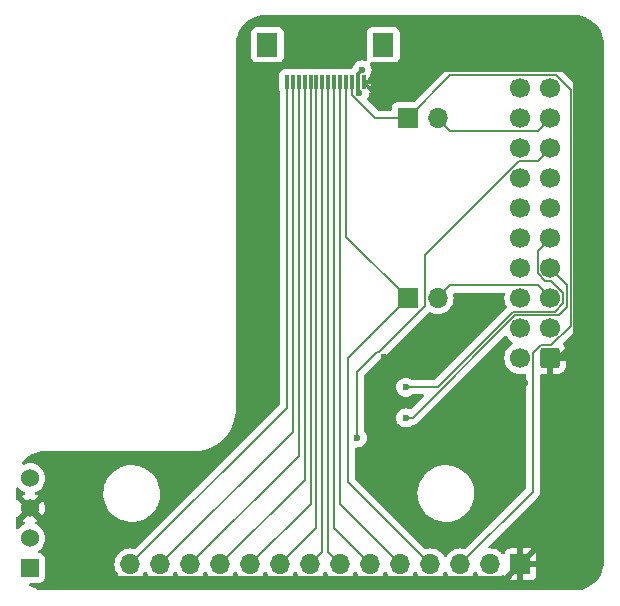
<source format=gbr>
%TF.GenerationSoftware,KiCad,Pcbnew,7.0.9*%
%TF.CreationDate,2023-12-08T14:14:16+01:00*%
%TF.ProjectId,E-paper adapter board,452d7061-7065-4722-9061-646170746572,rev?*%
%TF.SameCoordinates,Original*%
%TF.FileFunction,Copper,L1,Top*%
%TF.FilePolarity,Positive*%
%FSLAX46Y46*%
G04 Gerber Fmt 4.6, Leading zero omitted, Abs format (unit mm)*
G04 Created by KiCad (PCBNEW 7.0.9) date 2023-12-08 14:14:16*
%MOMM*%
%LPD*%
G01*
G04 APERTURE LIST*
G04 Aperture macros list*
%AMRoundRect*
0 Rectangle with rounded corners*
0 $1 Rounding radius*
0 $2 $3 $4 $5 $6 $7 $8 $9 X,Y pos of 4 corners*
0 Add a 4 corners polygon primitive as box body*
4,1,4,$2,$3,$4,$5,$6,$7,$8,$9,$2,$3,0*
0 Add four circle primitives for the rounded corners*
1,1,$1+$1,$2,$3*
1,1,$1+$1,$4,$5*
1,1,$1+$1,$6,$7*
1,1,$1+$1,$8,$9*
0 Add four rect primitives between the rounded corners*
20,1,$1+$1,$2,$3,$4,$5,0*
20,1,$1+$1,$4,$5,$6,$7,0*
20,1,$1+$1,$6,$7,$8,$9,0*
20,1,$1+$1,$8,$9,$2,$3,0*%
G04 Aperture macros list end*
%TA.AperFunction,ComponentPad*%
%ADD10RoundRect,0.250000X0.600000X0.600000X-0.600000X0.600000X-0.600000X-0.600000X0.600000X-0.600000X0*%
%TD*%
%TA.AperFunction,ComponentPad*%
%ADD11C,1.700000*%
%TD*%
%TA.AperFunction,ComponentPad*%
%ADD12R,1.700000X1.700000*%
%TD*%
%TA.AperFunction,ComponentPad*%
%ADD13O,1.700000X1.700000*%
%TD*%
%TA.AperFunction,ComponentPad*%
%ADD14R,1.524000X1.524000*%
%TD*%
%TA.AperFunction,ComponentPad*%
%ADD15C,1.524000*%
%TD*%
%TA.AperFunction,SMDPad,CuDef*%
%ADD16R,1.800000X2.000000*%
%TD*%
%TA.AperFunction,SMDPad,CuDef*%
%ADD17R,0.300000X1.200000*%
%TD*%
%TA.AperFunction,ViaPad*%
%ADD18C,0.600000*%
%TD*%
%TA.AperFunction,Conductor*%
%ADD19C,0.300000*%
%TD*%
%TA.AperFunction,Conductor*%
%ADD20C,0.500000*%
%TD*%
%TA.AperFunction,Conductor*%
%ADD21C,0.200000*%
%TD*%
G04 APERTURE END LIST*
D10*
%TO.P,J3,1,Pin_1*%
%TO.N,+3V0*%
X158540000Y-129540000D03*
D11*
%TO.P,J3,2,Pin_2*%
%TO.N,unconnected-(J3-Pin_2-Pad2)*%
X156000000Y-129540000D03*
%TO.P,J3,3,Pin_3*%
%TO.N,unconnected-(J3-Pin_3-Pad3)*%
X158540000Y-127000000D03*
%TO.P,J3,4,Pin_4*%
%TO.N,GND*%
X156000000Y-127000000D03*
%TO.P,J3,5,Pin_5*%
%TO.N,/PG_UART_RXD*%
X158540000Y-124460000D03*
%TO.P,J3,6,Pin_6*%
%TO.N,GND*%
X156000000Y-124460000D03*
%TO.P,J3,7,Pin_7*%
%TO.N,/SWDIO*%
X158540000Y-121920000D03*
%TO.P,J3,8,Pin_8*%
%TO.N,GND*%
X156000000Y-121920000D03*
%TO.P,J3,9,Pin_9*%
%TO.N,/SWDCLK*%
X158540000Y-119380000D03*
%TO.P,J3,10,Pin_10*%
%TO.N,GND*%
X156000000Y-119380000D03*
%TO.P,J3,11,Pin_11*%
%TO.N,unconnected-(J3-Pin_11-Pad11)*%
X158540000Y-116840000D03*
%TO.P,J3,12,Pin_12*%
%TO.N,GND*%
X156000000Y-116840000D03*
%TO.P,J3,13,Pin_13*%
%TO.N,unconnected-(J3-Pin_13-Pad13)*%
X158540000Y-114300000D03*
%TO.P,J3,14,Pin_14*%
%TO.N,unconnected-(J3-Pin_14-Pad14)*%
X156000000Y-114300000D03*
%TO.P,J3,15,Pin_15*%
%TO.N,/NRST*%
X158540000Y-111760000D03*
%TO.P,J3,16,Pin_16*%
%TO.N,unconnected-(J3-Pin_16-Pad16)*%
X156000000Y-111760000D03*
%TO.P,J3,17,Pin_17*%
%TO.N,/PG_UART_TXD*%
X158540000Y-109220000D03*
%TO.P,J3,18,Pin_18*%
%TO.N,unconnected-(J3-Pin_18-Pad18)*%
X156000000Y-109220000D03*
%TO.P,J3,19,Pin_19*%
%TO.N,unconnected-(J3-Pin_19-Pad19)*%
X158540000Y-106680000D03*
%TO.P,J3,20,Pin_20*%
%TO.N,unconnected-(J3-Pin_20-Pad20)*%
X156000000Y-106680000D03*
%TD*%
D12*
%TO.P,JP1,1,A*%
%TO.N,/SERIAL_RX*%
X146460000Y-109220000D03*
D13*
%TO.P,JP1,2,B*%
%TO.N,/PG_UART_TXD*%
X149000000Y-109220000D03*
%TD*%
D14*
%TO.P,J4,1,GND*%
%TO.N,GND*%
X114500000Y-147320000D03*
D15*
%TO.P,J4,2,VIN*%
%TO.N,unconnected-(J4-VIN-Pad2)*%
X114500000Y-144780000D03*
%TO.P,J4,3,VOUT*%
%TO.N,+3V0*%
X114500000Y-142240000D03*
%TO.P,J4,4,GND*%
%TO.N,GND*%
X114500000Y-139700000D03*
%TD*%
D16*
%TO.P,J1,*%
%TO.N,*%
X144390000Y-103000000D03*
X134590000Y-103000000D03*
D17*
%TO.P,J1,1,Pin_1*%
%TO.N,+3V0*%
X142740000Y-106150000D03*
%TO.P,J1,2,Pin_2*%
%TO.N,GND*%
X142240000Y-106150000D03*
%TO.P,J1,3,Pin_3*%
%TO.N,/SERIAL_RX*%
X141740000Y-106150000D03*
%TO.P,J1,4,Pin_4*%
%TO.N,/SERIAL_TX*%
X141240000Y-106150000D03*
%TO.P,J1,5,Pin_5*%
%TO.N,/PB5*%
X140740000Y-106150000D03*
%TO.P,J1,6,Pin_6*%
%TO.N,/PB6*%
X140240000Y-106150000D03*
%TO.P,J1,7,Pin_7*%
%TO.N,/PB7*%
X139740000Y-106150000D03*
%TO.P,J1,8,Pin_8*%
%TO.N,/PB8*%
X139240000Y-106150000D03*
%TO.P,J1,9,Pin_9*%
%TO.N,/~{CS}*%
X138740000Y-106150000D03*
%TO.P,J1,10,Pin_10*%
%TO.N,/MOSI*%
X138240000Y-106150000D03*
%TO.P,J1,11,Pin_11*%
%TO.N,/SCLK*%
X137740000Y-106150000D03*
%TO.P,J1,12,Pin_12*%
%TO.N,/BUSY*%
X137240000Y-106150000D03*
%TO.P,J1,13,Pin_13*%
%TO.N,/D{slash}~{C}*%
X136740000Y-106150000D03*
%TO.P,J1,14,Pin_14*%
%TO.N,/~{RES}*%
X136240000Y-106150000D03*
%TD*%
D12*
%TO.P,J5,1,Pin_1*%
%TO.N,+3V0*%
X156010000Y-147000000D03*
D13*
%TO.P,J5,2,Pin_2*%
%TO.N,GND*%
X153470000Y-147000000D03*
%TO.P,J5,3,Pin_3*%
%TO.N,/SERIAL_RX*%
X150930000Y-147000000D03*
%TO.P,J5,4,Pin_4*%
%TO.N,/SERIAL_TX*%
X148390000Y-147000000D03*
%TO.P,J5,5,Pin_5*%
%TO.N,/PB5*%
X145850000Y-147000000D03*
%TO.P,J5,6,Pin_6*%
%TO.N,/PB6*%
X143310000Y-147000000D03*
%TO.P,J5,7,Pin_7*%
%TO.N,/PB7*%
X140770000Y-147000000D03*
%TO.P,J5,8,Pin_8*%
%TO.N,/PB8*%
X138230000Y-147000000D03*
%TO.P,J5,9,Pin_9*%
%TO.N,/~{CS}*%
X135690000Y-147000000D03*
%TO.P,J5,10,Pin_10*%
%TO.N,/MOSI*%
X133150000Y-147000000D03*
%TO.P,J5,11,Pin_11*%
%TO.N,/SCLK*%
X130610000Y-147000000D03*
%TO.P,J5,12,Pin_12*%
%TO.N,/BUSY*%
X128070000Y-147000000D03*
%TO.P,J5,13,Pin_13*%
%TO.N,/D{slash}~{C}*%
X125530000Y-147000000D03*
%TO.P,J5,14,Pin_14*%
%TO.N,/~{RES}*%
X122990000Y-147000000D03*
%TD*%
D12*
%TO.P,JP2,1,A*%
%TO.N,/SERIAL_TX*%
X146460000Y-124460000D03*
D13*
%TO.P,JP2,2,B*%
%TO.N,/PG_UART_RXD*%
X149000000Y-124460000D03*
%TD*%
D18*
%TO.N,+3V0*%
X156400000Y-131600000D03*
X144500000Y-129400000D03*
%TO.N,GND*%
X142386520Y-107124832D03*
X142600000Y-105123498D03*
%TO.N,/SWDCLK*%
X146300000Y-132000000D03*
%TO.N,/SWDIO*%
X146300000Y-134600000D03*
%TO.N,/NRST*%
X142200000Y-136300000D03*
%TD*%
D19*
%TO.N,+3V0*%
X142740000Y-106150000D02*
X143250000Y-106150000D01*
D20*
X120287000Y-148227000D02*
X154783000Y-148227000D01*
X120287000Y-148027000D02*
X114500000Y-142240000D01*
X146400000Y-136400000D02*
X144500000Y-134500000D01*
X160748000Y-105973420D02*
X160748000Y-128182000D01*
X144377000Y-105023000D02*
X159797580Y-105023000D01*
X158540000Y-144470000D02*
X156010000Y-147000000D01*
D19*
X143250000Y-106150000D02*
X143300000Y-106100000D01*
D20*
X160748000Y-128182000D02*
X159390000Y-129540000D01*
X159390000Y-129540000D02*
X158540000Y-129540000D01*
X156400000Y-131600000D02*
X151600000Y-136400000D01*
X159797580Y-105023000D02*
X160748000Y-105973420D01*
X143300000Y-106100000D02*
X144377000Y-105023000D01*
X158540000Y-129540000D02*
X158540000Y-144470000D01*
X120287000Y-148227000D02*
X120287000Y-148027000D01*
X144500000Y-134500000D02*
X144500000Y-129400000D01*
X151600000Y-136400000D02*
X146400000Y-136400000D01*
X154783000Y-148227000D02*
X156010000Y-147000000D01*
D19*
%TO.N,GND*%
X142240000Y-105483498D02*
X142600000Y-105123498D01*
X142240000Y-106150000D02*
X142240000Y-105483498D01*
X142240000Y-106978312D02*
X142386520Y-107124832D01*
X142240000Y-106150000D02*
X142240000Y-106978312D01*
D21*
%TO.N,/SERIAL_RX*%
X157077000Y-140853000D02*
X150930000Y-147000000D01*
X146460000Y-109220000D02*
X150077000Y-105603000D01*
X159003000Y-105603000D02*
X160271000Y-106871000D01*
X150077000Y-105603000D02*
X159003000Y-105603000D01*
X158600109Y-128463000D02*
X157735494Y-128463000D01*
X157077000Y-129121494D02*
X157077000Y-140853000D01*
X143736397Y-109220000D02*
X146460000Y-109220000D01*
X141740000Y-107223603D02*
X143736397Y-109220000D01*
X160271000Y-106871000D02*
X160271000Y-126792109D01*
X160271000Y-126792109D02*
X158600109Y-128463000D01*
X157735494Y-128463000D02*
X157077000Y-129121494D01*
X141740000Y-106150000D02*
X141740000Y-107223603D01*
%TO.N,/SERIAL_TX*%
X146460000Y-124460000D02*
X141400000Y-129520000D01*
X141240000Y-106150000D02*
X141240000Y-119240000D01*
X141400000Y-129520000D02*
X141400000Y-140010000D01*
X141400000Y-140010000D02*
X148390000Y-147000000D01*
X141240000Y-119240000D02*
X146460000Y-124460000D01*
%TO.N,/PB5*%
X140740000Y-106150000D02*
X140740000Y-141890000D01*
X140740000Y-141890000D02*
X145850000Y-147000000D01*
%TO.N,/PB6*%
X140240000Y-106150000D02*
X140240000Y-143930000D01*
X140240000Y-143930000D02*
X143310000Y-147000000D01*
%TO.N,/PB7*%
X139740000Y-106150000D02*
X139740000Y-145970000D01*
X139740000Y-145970000D02*
X140770000Y-147000000D01*
%TO.N,/PB8*%
X139240000Y-145990000D02*
X138230000Y-147000000D01*
X139240000Y-106150000D02*
X139240000Y-145990000D01*
%TO.N,/~{CS}*%
X138740000Y-106150000D02*
X138740000Y-143950000D01*
X138740000Y-143950000D02*
X135690000Y-147000000D01*
%TO.N,/MOSI*%
X138240000Y-106150000D02*
X138240000Y-141910000D01*
X138240000Y-141910000D02*
X133150000Y-147000000D01*
%TO.N,/SCLK*%
X137740000Y-139870000D02*
X130610000Y-147000000D01*
X137740000Y-106150000D02*
X137740000Y-139870000D01*
%TO.N,/BUSY*%
X137240000Y-137830000D02*
X128070000Y-147000000D01*
X137240000Y-106150000D02*
X137240000Y-137830000D01*
%TO.N,/D{slash}~{C}*%
X136740000Y-106150000D02*
X136740000Y-135790000D01*
X136740000Y-135790000D02*
X125530000Y-147000000D01*
%TO.N,/~{RES}*%
X136240000Y-106150000D02*
X136240000Y-133750000D01*
X136240000Y-133750000D02*
X122990000Y-147000000D01*
%TO.N,/SWDCLK*%
X159617000Y-124014000D02*
X158600000Y-122997000D01*
X159617000Y-124906109D02*
X159617000Y-124014000D01*
X157463000Y-122366109D02*
X157463000Y-120457000D01*
X157463000Y-120457000D02*
X158540000Y-119380000D01*
X146300000Y-132000000D02*
X149000000Y-132000000D01*
X158927109Y-125596000D02*
X159617000Y-124906109D01*
X149000000Y-132000000D02*
X155404000Y-125596000D01*
X155404000Y-125596000D02*
X158927109Y-125596000D01*
X158600000Y-122997000D02*
X158093891Y-122997000D01*
X158093891Y-122997000D02*
X157463000Y-122366109D01*
%TO.N,/SWDIO*%
X159927000Y-125058557D02*
X159944000Y-125041557D01*
X146876891Y-134600000D02*
X155553891Y-125923000D01*
X159239448Y-125923000D02*
X159927000Y-125235448D01*
X155553891Y-125923000D02*
X159239448Y-125923000D01*
X146300000Y-134600000D02*
X146876891Y-134600000D01*
X159944000Y-123324000D02*
X158540000Y-121920000D01*
X159944000Y-125041557D02*
X159944000Y-123324000D01*
X159927000Y-125235448D02*
X159927000Y-125058557D01*
%TO.N,/NRST*%
X147923000Y-120777000D02*
X155863000Y-112837000D01*
X143830761Y-129050000D02*
X144024000Y-129050000D01*
X147923000Y-125151000D02*
X147923000Y-120777000D01*
X144024000Y-129050000D02*
X147923000Y-125151000D01*
X142200000Y-136300000D02*
X142200000Y-130680761D01*
X142200000Y-130680761D02*
X143830761Y-129050000D01*
X155863000Y-112837000D02*
X157463000Y-112837000D01*
X157463000Y-112837000D02*
X158540000Y-111760000D01*
%TO.N,/PG_UART_RXD*%
X150077000Y-123383000D02*
X157463000Y-123383000D01*
X157463000Y-123383000D02*
X158540000Y-124460000D01*
X149000000Y-124460000D02*
X150077000Y-123383000D01*
%TO.N,/PG_UART_TXD*%
X149000000Y-109220000D02*
X150077000Y-110297000D01*
X157463000Y-110297000D02*
X158540000Y-109220000D01*
X150077000Y-110297000D02*
X157463000Y-110297000D01*
%TD*%
%TA.AperFunction,Conductor*%
%TO.N,+3V0*%
G36*
X154634976Y-124003185D02*
G01*
X154680731Y-124055989D01*
X154690675Y-124125147D01*
X154687712Y-124139593D01*
X154664938Y-124224586D01*
X154664936Y-124224596D01*
X154644341Y-124459999D01*
X154644341Y-124460000D01*
X154664936Y-124695403D01*
X154664938Y-124695413D01*
X154726094Y-124923655D01*
X154726096Y-124923659D01*
X154726097Y-124923663D01*
X154730000Y-124932032D01*
X154825964Y-125137829D01*
X154825966Y-125137833D01*
X154843285Y-125162566D01*
X154865613Y-125228772D01*
X154848603Y-125296539D01*
X154829392Y-125321371D01*
X148787584Y-131363181D01*
X148726261Y-131396666D01*
X148699903Y-131399500D01*
X146882412Y-131399500D01*
X146815373Y-131379815D01*
X146805097Y-131372445D01*
X146802263Y-131370185D01*
X146802262Y-131370184D01*
X146745496Y-131334515D01*
X146649523Y-131274211D01*
X146479254Y-131214631D01*
X146479249Y-131214630D01*
X146300004Y-131194435D01*
X146299996Y-131194435D01*
X146120750Y-131214630D01*
X146120745Y-131214631D01*
X145950476Y-131274211D01*
X145797737Y-131370184D01*
X145670184Y-131497737D01*
X145574211Y-131650476D01*
X145514631Y-131820745D01*
X145514630Y-131820750D01*
X145494435Y-131999996D01*
X145494435Y-132000003D01*
X145514630Y-132179249D01*
X145514631Y-132179254D01*
X145574211Y-132349523D01*
X145670184Y-132502262D01*
X145797738Y-132629816D01*
X145950478Y-132725789D01*
X146120745Y-132785368D01*
X146120750Y-132785369D01*
X146299996Y-132805565D01*
X146300000Y-132805565D01*
X146300004Y-132805565D01*
X146479249Y-132785369D01*
X146479252Y-132785368D01*
X146479255Y-132785368D01*
X146649522Y-132725789D01*
X146802262Y-132629816D01*
X146802267Y-132629810D01*
X146805097Y-132627555D01*
X146807275Y-132626665D01*
X146808158Y-132626111D01*
X146808255Y-132626265D01*
X146869783Y-132601145D01*
X146882412Y-132600500D01*
X147727794Y-132600500D01*
X147794833Y-132620185D01*
X147840588Y-132672989D01*
X147850532Y-132742147D01*
X147821507Y-132805703D01*
X147815475Y-132812181D01*
X146781600Y-133846054D01*
X146720277Y-133879539D01*
X146652965Y-133875415D01*
X146479257Y-133814632D01*
X146479249Y-133814630D01*
X146300004Y-133794435D01*
X146299996Y-133794435D01*
X146120750Y-133814630D01*
X146120745Y-133814631D01*
X145950476Y-133874211D01*
X145797737Y-133970184D01*
X145670184Y-134097737D01*
X145574211Y-134250476D01*
X145514631Y-134420745D01*
X145514630Y-134420750D01*
X145494435Y-134599996D01*
X145494435Y-134600003D01*
X145514630Y-134779249D01*
X145514631Y-134779254D01*
X145574211Y-134949523D01*
X145599802Y-134990250D01*
X145670184Y-135102262D01*
X145797738Y-135229816D01*
X145888080Y-135286582D01*
X145941070Y-135319878D01*
X145950478Y-135325789D01*
X146120745Y-135385368D01*
X146120750Y-135385369D01*
X146299996Y-135405565D01*
X146300000Y-135405565D01*
X146300004Y-135405565D01*
X146479249Y-135385369D01*
X146479252Y-135385368D01*
X146479255Y-135385368D01*
X146649522Y-135325789D01*
X146802262Y-135229816D01*
X146802262Y-135229815D01*
X146808158Y-135226111D01*
X146809520Y-135228279D01*
X146863275Y-135206328D01*
X146875914Y-135205682D01*
X146876892Y-135205682D01*
X146929145Y-135198802D01*
X147033653Y-135185044D01*
X147179732Y-135124536D01*
X147208760Y-135102262D01*
X147305173Y-135028282D01*
X147326874Y-134999999D01*
X147332202Y-134993922D01*
X154648301Y-127677823D01*
X154709622Y-127644340D01*
X154779314Y-127649324D01*
X154835247Y-127691196D01*
X154837550Y-127694375D01*
X154961505Y-127871401D01*
X154961506Y-127871402D01*
X155128597Y-128038493D01*
X155128603Y-128038498D01*
X155314158Y-128168425D01*
X155357783Y-128223002D01*
X155364977Y-128292500D01*
X155333454Y-128354855D01*
X155314158Y-128371575D01*
X155128597Y-128501505D01*
X154961505Y-128668597D01*
X154825965Y-128862169D01*
X154825964Y-128862171D01*
X154726098Y-129076335D01*
X154726094Y-129076344D01*
X154664938Y-129304586D01*
X154664936Y-129304596D01*
X154644341Y-129539999D01*
X154644341Y-129540000D01*
X154664936Y-129775403D01*
X154664938Y-129775413D01*
X154726094Y-130003655D01*
X154726096Y-130003659D01*
X154726097Y-130003663D01*
X154812975Y-130189973D01*
X154825965Y-130217830D01*
X154825967Y-130217834D01*
X154878387Y-130292697D01*
X154961505Y-130411401D01*
X155128599Y-130578495D01*
X155225384Y-130646265D01*
X155322165Y-130714032D01*
X155322167Y-130714033D01*
X155322170Y-130714035D01*
X155536337Y-130813903D01*
X155536343Y-130813904D01*
X155536344Y-130813905D01*
X155575356Y-130824358D01*
X155764592Y-130875063D01*
X155952918Y-130891539D01*
X155999999Y-130895659D01*
X156000000Y-130895659D01*
X156000001Y-130895659D01*
X156039234Y-130892226D01*
X156235408Y-130875063D01*
X156320409Y-130852287D01*
X156390256Y-130853950D01*
X156448118Y-130893112D01*
X156475623Y-130957340D01*
X156476500Y-130972062D01*
X156476500Y-140552902D01*
X156456815Y-140619941D01*
X156440181Y-140640583D01*
X151413530Y-145667233D01*
X151352207Y-145700718D01*
X151293756Y-145699327D01*
X151165413Y-145664938D01*
X151165403Y-145664936D01*
X150930001Y-145644341D01*
X150929999Y-145644341D01*
X150694596Y-145664936D01*
X150694586Y-145664938D01*
X150466344Y-145726094D01*
X150466335Y-145726098D01*
X150252171Y-145825964D01*
X150252169Y-145825965D01*
X150058597Y-145961505D01*
X149891505Y-146128597D01*
X149761575Y-146314158D01*
X149706998Y-146357783D01*
X149637500Y-146364977D01*
X149575145Y-146333454D01*
X149558425Y-146314158D01*
X149428494Y-146128597D01*
X149261402Y-145961506D01*
X149261395Y-145961501D01*
X149067834Y-145825967D01*
X149067830Y-145825965D01*
X148996727Y-145792809D01*
X148853663Y-145726097D01*
X148853659Y-145726096D01*
X148853655Y-145726094D01*
X148625413Y-145664938D01*
X148625403Y-145664936D01*
X148390001Y-145644341D01*
X148389999Y-145644341D01*
X148154596Y-145664936D01*
X148154583Y-145664939D01*
X148026241Y-145699327D01*
X147956392Y-145697664D01*
X147906468Y-145667233D01*
X143162138Y-140922903D01*
X147295793Y-140922903D01*
X147305672Y-141230970D01*
X147305672Y-141230975D01*
X147305673Y-141230978D01*
X147354867Y-141535261D01*
X147399137Y-141684419D01*
X147442571Y-141830763D01*
X147567333Y-142112601D01*
X147567337Y-142112609D01*
X147727123Y-142376193D01*
X147727127Y-142376198D01*
X147727133Y-142376207D01*
X147919297Y-142617174D01*
X147919299Y-142617176D01*
X147919303Y-142617180D01*
X147919304Y-142617181D01*
X148140724Y-142831614D01*
X148282004Y-142937054D01*
X148387741Y-143015968D01*
X148387743Y-143015969D01*
X148387747Y-143015972D01*
X148656318Y-143167228D01*
X148797057Y-143224207D01*
X148942018Y-143282897D01*
X148942023Y-143282898D01*
X148942025Y-143282899D01*
X149240179Y-143361084D01*
X149545883Y-143400500D01*
X149545890Y-143400500D01*
X149776980Y-143400500D01*
X149875814Y-143394154D01*
X150007601Y-143385693D01*
X150310151Y-143326772D01*
X150602683Y-143229644D01*
X150602689Y-143229640D01*
X150602693Y-143229640D01*
X150793571Y-143137717D01*
X150880393Y-143095907D01*
X151138720Y-142927754D01*
X151373424Y-142727948D01*
X151580650Y-142499769D01*
X151715636Y-142306255D01*
X151756994Y-142246966D01*
X151756996Y-142246963D01*
X151899567Y-141973683D01*
X152006020Y-141684415D01*
X152074609Y-141383908D01*
X152104206Y-141077098D01*
X152101294Y-140986303D01*
X152094327Y-140769029D01*
X152094327Y-140769022D01*
X152045133Y-140464739D01*
X151957431Y-140169244D01*
X151957429Y-140169239D01*
X151957428Y-140169236D01*
X151832666Y-139887398D01*
X151832663Y-139887391D01*
X151672877Y-139623807D01*
X151672870Y-139623799D01*
X151672866Y-139623792D01*
X151480702Y-139382825D01*
X151480700Y-139382823D01*
X151360638Y-139266550D01*
X151259276Y-139168386D01*
X151098535Y-139048422D01*
X151012258Y-138984031D01*
X151012253Y-138984028D01*
X150743682Y-138832772D01*
X150706383Y-138817671D01*
X150457981Y-138717102D01*
X150290660Y-138673226D01*
X150159821Y-138638916D01*
X149854117Y-138599500D01*
X149623026Y-138599500D01*
X149623020Y-138599500D01*
X149392406Y-138614306D01*
X149392389Y-138614308D01*
X149089854Y-138673226D01*
X149089849Y-138673228D01*
X148797310Y-138770358D01*
X148797306Y-138770359D01*
X148519613Y-138904089D01*
X148519605Y-138904094D01*
X148261286Y-139072241D01*
X148261276Y-139072248D01*
X148026581Y-139272046D01*
X148026571Y-139272056D01*
X147819354Y-139500225D01*
X147819350Y-139500229D01*
X147643005Y-139753033D01*
X147643003Y-139753037D01*
X147500432Y-140026319D01*
X147500429Y-140026326D01*
X147393981Y-140315580D01*
X147393979Y-140315590D01*
X147325391Y-140616089D01*
X147295794Y-140922902D01*
X147295793Y-140922903D01*
X143162138Y-140922903D01*
X142036819Y-139797584D01*
X142003334Y-139736261D01*
X142000500Y-139709903D01*
X142000500Y-137221842D01*
X142020185Y-137154803D01*
X142072989Y-137109048D01*
X142138382Y-137098622D01*
X142191675Y-137104627D01*
X142199999Y-137105565D01*
X142200000Y-137105565D01*
X142200004Y-137105565D01*
X142379249Y-137085369D01*
X142379252Y-137085368D01*
X142379255Y-137085368D01*
X142549522Y-137025789D01*
X142702262Y-136929816D01*
X142829816Y-136802262D01*
X142925789Y-136649522D01*
X142985368Y-136479255D01*
X142994354Y-136399500D01*
X143005565Y-136300003D01*
X143005565Y-136299996D01*
X142985369Y-136120750D01*
X142985368Y-136120745D01*
X142938836Y-135987765D01*
X142925789Y-135950478D01*
X142829816Y-135797738D01*
X142829814Y-135797736D01*
X142829813Y-135797734D01*
X142827550Y-135794896D01*
X142826659Y-135792715D01*
X142826111Y-135791842D01*
X142826264Y-135791745D01*
X142801144Y-135730209D01*
X142800500Y-135717587D01*
X142800500Y-130980857D01*
X142820185Y-130913818D01*
X142836814Y-130893181D01*
X144052179Y-129677815D01*
X144113500Y-129644332D01*
X144123652Y-129642562D01*
X144180762Y-129635044D01*
X144326841Y-129574536D01*
X144371849Y-129540000D01*
X144452282Y-129478282D01*
X144473983Y-129449999D01*
X144479311Y-129443922D01*
X148238291Y-125684942D01*
X148299612Y-125651459D01*
X148369304Y-125656443D01*
X148378356Y-125660235D01*
X148536337Y-125733903D01*
X148764592Y-125795063D01*
X148952918Y-125811539D01*
X148999999Y-125815659D01*
X149000000Y-125815659D01*
X149000001Y-125815659D01*
X149039234Y-125812226D01*
X149235408Y-125795063D01*
X149463663Y-125733903D01*
X149677830Y-125634035D01*
X149871401Y-125498495D01*
X150038495Y-125331401D01*
X150174035Y-125137830D01*
X150273903Y-124923663D01*
X150335063Y-124695408D01*
X150355659Y-124460000D01*
X150335063Y-124224592D01*
X150312288Y-124139593D01*
X150313951Y-124069743D01*
X150353114Y-124011881D01*
X150417342Y-123984377D01*
X150432063Y-123983500D01*
X154567937Y-123983500D01*
X154634976Y-124003185D01*
G37*
%TD.AperFunction*%
%TA.AperFunction,Conductor*%
G36*
X160601866Y-100500613D02*
G01*
X160681342Y-100505420D01*
X160897539Y-100518497D01*
X160904973Y-100519401D01*
X161194483Y-100572456D01*
X161201753Y-100574247D01*
X161482764Y-100661814D01*
X161489751Y-100664465D01*
X161643864Y-100733825D01*
X161758158Y-100785265D01*
X161764788Y-100788745D01*
X162016665Y-100941010D01*
X162022821Y-100945257D01*
X162254523Y-101126784D01*
X162260123Y-101131745D01*
X162468253Y-101339875D01*
X162473214Y-101345475D01*
X162654739Y-101577175D01*
X162658989Y-101583334D01*
X162811254Y-101835211D01*
X162814737Y-101841846D01*
X162935534Y-102110248D01*
X162938188Y-102117244D01*
X162947904Y-102148422D01*
X163025750Y-102398240D01*
X163027543Y-102405516D01*
X163080598Y-102695026D01*
X163081502Y-102702465D01*
X163099387Y-102998132D01*
X163099500Y-103001877D01*
X163099500Y-146698122D01*
X163099387Y-146701867D01*
X163081502Y-146997534D01*
X163080598Y-147004973D01*
X163027543Y-147294483D01*
X163025750Y-147301759D01*
X162938192Y-147582745D01*
X162935534Y-147589751D01*
X162814737Y-147858153D01*
X162811254Y-147864788D01*
X162658989Y-148116665D01*
X162654733Y-148122832D01*
X162649217Y-148129873D01*
X162473215Y-148354523D01*
X162468246Y-148360132D01*
X162260132Y-148568246D01*
X162254523Y-148573215D01*
X162022833Y-148754733D01*
X162016665Y-148758989D01*
X161764788Y-148911254D01*
X161758153Y-148914737D01*
X161489751Y-149035534D01*
X161482749Y-149038190D01*
X161389363Y-149067290D01*
X161201759Y-149125750D01*
X161194483Y-149127543D01*
X160904973Y-149180598D01*
X160897534Y-149181502D01*
X160601867Y-149199387D01*
X160598122Y-149199500D01*
X115801878Y-149199500D01*
X115798133Y-149199387D01*
X115502465Y-149181502D01*
X115495026Y-149180598D01*
X115205516Y-149127543D01*
X115198240Y-149125750D01*
X115104858Y-149096651D01*
X114917244Y-149038188D01*
X114910248Y-149035534D01*
X114641846Y-148914737D01*
X114635211Y-148911254D01*
X114472043Y-148812616D01*
X114424856Y-148761088D01*
X114413017Y-148692229D01*
X114440286Y-148627900D01*
X114498005Y-148588526D01*
X114536193Y-148582499D01*
X115309871Y-148582499D01*
X115309872Y-148582499D01*
X115369483Y-148576091D01*
X115504331Y-148525796D01*
X115619546Y-148439546D01*
X115705796Y-148324331D01*
X115756091Y-148189483D01*
X115762500Y-148129873D01*
X115762499Y-147000000D01*
X121634341Y-147000000D01*
X121654936Y-147235403D01*
X121654938Y-147235413D01*
X121716094Y-147463655D01*
X121716096Y-147463659D01*
X121716097Y-147463663D01*
X121757093Y-147551578D01*
X121815965Y-147677830D01*
X121815967Y-147677834D01*
X121924281Y-147832521D01*
X121951505Y-147871401D01*
X122118599Y-148038495D01*
X122195135Y-148092086D01*
X122312165Y-148174032D01*
X122312167Y-148174033D01*
X122312170Y-148174035D01*
X122526337Y-148273903D01*
X122754592Y-148335063D01*
X122925319Y-148350000D01*
X122989999Y-148355659D01*
X122990000Y-148355659D01*
X122990001Y-148355659D01*
X123054681Y-148350000D01*
X123225408Y-148335063D01*
X123453663Y-148273903D01*
X123667830Y-148174035D01*
X123861401Y-148038495D01*
X124028495Y-147871401D01*
X124158425Y-147685842D01*
X124213002Y-147642217D01*
X124282500Y-147635023D01*
X124344855Y-147666546D01*
X124361575Y-147685842D01*
X124491500Y-147871395D01*
X124491505Y-147871401D01*
X124658599Y-148038495D01*
X124735135Y-148092086D01*
X124852165Y-148174032D01*
X124852167Y-148174033D01*
X124852170Y-148174035D01*
X125066337Y-148273903D01*
X125294592Y-148335063D01*
X125465319Y-148350000D01*
X125529999Y-148355659D01*
X125530000Y-148355659D01*
X125530001Y-148355659D01*
X125594681Y-148350000D01*
X125765408Y-148335063D01*
X125993663Y-148273903D01*
X126207830Y-148174035D01*
X126401401Y-148038495D01*
X126568495Y-147871401D01*
X126698425Y-147685842D01*
X126753002Y-147642217D01*
X126822500Y-147635023D01*
X126884855Y-147666546D01*
X126901575Y-147685842D01*
X127031500Y-147871395D01*
X127031505Y-147871401D01*
X127198599Y-148038495D01*
X127275135Y-148092086D01*
X127392165Y-148174032D01*
X127392167Y-148174033D01*
X127392170Y-148174035D01*
X127606337Y-148273903D01*
X127834592Y-148335063D01*
X128005319Y-148350000D01*
X128069999Y-148355659D01*
X128070000Y-148355659D01*
X128070001Y-148355659D01*
X128134681Y-148350000D01*
X128305408Y-148335063D01*
X128533663Y-148273903D01*
X128747830Y-148174035D01*
X128941401Y-148038495D01*
X129108495Y-147871401D01*
X129238425Y-147685842D01*
X129293002Y-147642217D01*
X129362500Y-147635023D01*
X129424855Y-147666546D01*
X129441575Y-147685842D01*
X129571500Y-147871395D01*
X129571505Y-147871401D01*
X129738599Y-148038495D01*
X129815135Y-148092086D01*
X129932165Y-148174032D01*
X129932167Y-148174033D01*
X129932170Y-148174035D01*
X130146337Y-148273903D01*
X130374592Y-148335063D01*
X130545319Y-148350000D01*
X130609999Y-148355659D01*
X130610000Y-148355659D01*
X130610001Y-148355659D01*
X130674681Y-148350000D01*
X130845408Y-148335063D01*
X131073663Y-148273903D01*
X131287830Y-148174035D01*
X131481401Y-148038495D01*
X131648495Y-147871401D01*
X131778425Y-147685842D01*
X131833002Y-147642217D01*
X131902500Y-147635023D01*
X131964855Y-147666546D01*
X131981575Y-147685842D01*
X132111500Y-147871395D01*
X132111505Y-147871401D01*
X132278599Y-148038495D01*
X132355135Y-148092086D01*
X132472165Y-148174032D01*
X132472167Y-148174033D01*
X132472170Y-148174035D01*
X132686337Y-148273903D01*
X132914592Y-148335063D01*
X133085319Y-148350000D01*
X133149999Y-148355659D01*
X133150000Y-148355659D01*
X133150001Y-148355659D01*
X133214681Y-148350000D01*
X133385408Y-148335063D01*
X133613663Y-148273903D01*
X133827830Y-148174035D01*
X134021401Y-148038495D01*
X134188495Y-147871401D01*
X134318425Y-147685842D01*
X134373002Y-147642217D01*
X134442500Y-147635023D01*
X134504855Y-147666546D01*
X134521575Y-147685842D01*
X134651500Y-147871395D01*
X134651505Y-147871401D01*
X134818599Y-148038495D01*
X134895135Y-148092086D01*
X135012165Y-148174032D01*
X135012167Y-148174033D01*
X135012170Y-148174035D01*
X135226337Y-148273903D01*
X135454592Y-148335063D01*
X135625319Y-148350000D01*
X135689999Y-148355659D01*
X135690000Y-148355659D01*
X135690001Y-148355659D01*
X135754681Y-148350000D01*
X135925408Y-148335063D01*
X136153663Y-148273903D01*
X136367830Y-148174035D01*
X136561401Y-148038495D01*
X136728495Y-147871401D01*
X136858425Y-147685842D01*
X136913002Y-147642217D01*
X136982500Y-147635023D01*
X137044855Y-147666546D01*
X137061575Y-147685842D01*
X137191500Y-147871395D01*
X137191505Y-147871401D01*
X137358599Y-148038495D01*
X137435135Y-148092086D01*
X137552165Y-148174032D01*
X137552167Y-148174033D01*
X137552170Y-148174035D01*
X137766337Y-148273903D01*
X137994592Y-148335063D01*
X138165319Y-148350000D01*
X138229999Y-148355659D01*
X138230000Y-148355659D01*
X138230001Y-148355659D01*
X138294681Y-148350000D01*
X138465408Y-148335063D01*
X138693663Y-148273903D01*
X138907830Y-148174035D01*
X139101401Y-148038495D01*
X139268495Y-147871401D01*
X139398425Y-147685842D01*
X139453002Y-147642217D01*
X139522500Y-147635023D01*
X139584855Y-147666546D01*
X139601575Y-147685842D01*
X139731500Y-147871395D01*
X139731505Y-147871401D01*
X139898599Y-148038495D01*
X139975135Y-148092086D01*
X140092165Y-148174032D01*
X140092167Y-148174033D01*
X140092170Y-148174035D01*
X140306337Y-148273903D01*
X140534592Y-148335063D01*
X140705319Y-148350000D01*
X140769999Y-148355659D01*
X140770000Y-148355659D01*
X140770001Y-148355659D01*
X140834681Y-148350000D01*
X141005408Y-148335063D01*
X141233663Y-148273903D01*
X141447830Y-148174035D01*
X141641401Y-148038495D01*
X141808495Y-147871401D01*
X141938425Y-147685842D01*
X141993002Y-147642217D01*
X142062500Y-147635023D01*
X142124855Y-147666546D01*
X142141575Y-147685842D01*
X142271500Y-147871395D01*
X142271505Y-147871401D01*
X142438599Y-148038495D01*
X142515135Y-148092086D01*
X142632165Y-148174032D01*
X142632167Y-148174033D01*
X142632170Y-148174035D01*
X142846337Y-148273903D01*
X143074592Y-148335063D01*
X143245319Y-148350000D01*
X143309999Y-148355659D01*
X143310000Y-148355659D01*
X143310001Y-148355659D01*
X143374681Y-148350000D01*
X143545408Y-148335063D01*
X143773663Y-148273903D01*
X143987830Y-148174035D01*
X144181401Y-148038495D01*
X144348495Y-147871401D01*
X144478425Y-147685842D01*
X144533002Y-147642217D01*
X144602500Y-147635023D01*
X144664855Y-147666546D01*
X144681575Y-147685842D01*
X144811500Y-147871395D01*
X144811505Y-147871401D01*
X144978599Y-148038495D01*
X145055135Y-148092086D01*
X145172165Y-148174032D01*
X145172167Y-148174033D01*
X145172170Y-148174035D01*
X145386337Y-148273903D01*
X145614592Y-148335063D01*
X145785319Y-148350000D01*
X145849999Y-148355659D01*
X145850000Y-148355659D01*
X145850001Y-148355659D01*
X145914681Y-148350000D01*
X146085408Y-148335063D01*
X146313663Y-148273903D01*
X146527830Y-148174035D01*
X146721401Y-148038495D01*
X146888495Y-147871401D01*
X147018425Y-147685842D01*
X147073002Y-147642217D01*
X147142500Y-147635023D01*
X147204855Y-147666546D01*
X147221575Y-147685842D01*
X147351500Y-147871395D01*
X147351505Y-147871401D01*
X147518599Y-148038495D01*
X147595135Y-148092086D01*
X147712165Y-148174032D01*
X147712167Y-148174033D01*
X147712170Y-148174035D01*
X147926337Y-148273903D01*
X148154592Y-148335063D01*
X148325319Y-148350000D01*
X148389999Y-148355659D01*
X148390000Y-148355659D01*
X148390001Y-148355659D01*
X148454681Y-148350000D01*
X148625408Y-148335063D01*
X148853663Y-148273903D01*
X149067830Y-148174035D01*
X149261401Y-148038495D01*
X149428495Y-147871401D01*
X149558425Y-147685842D01*
X149613002Y-147642217D01*
X149682500Y-147635023D01*
X149744855Y-147666546D01*
X149761575Y-147685842D01*
X149891500Y-147871395D01*
X149891505Y-147871401D01*
X150058599Y-148038495D01*
X150135135Y-148092086D01*
X150252165Y-148174032D01*
X150252167Y-148174033D01*
X150252170Y-148174035D01*
X150466337Y-148273903D01*
X150694592Y-148335063D01*
X150865319Y-148350000D01*
X150929999Y-148355659D01*
X150930000Y-148355659D01*
X150930001Y-148355659D01*
X150994681Y-148350000D01*
X151165408Y-148335063D01*
X151393663Y-148273903D01*
X151607830Y-148174035D01*
X151801401Y-148038495D01*
X151968495Y-147871401D01*
X152098425Y-147685842D01*
X152153002Y-147642217D01*
X152222500Y-147635023D01*
X152284855Y-147666546D01*
X152301575Y-147685842D01*
X152431500Y-147871395D01*
X152431505Y-147871401D01*
X152598599Y-148038495D01*
X152675135Y-148092086D01*
X152792165Y-148174032D01*
X152792167Y-148174033D01*
X152792170Y-148174035D01*
X153006337Y-148273903D01*
X153234592Y-148335063D01*
X153405319Y-148350000D01*
X153469999Y-148355659D01*
X153470000Y-148355659D01*
X153470001Y-148355659D01*
X153534681Y-148350000D01*
X153705408Y-148335063D01*
X153933663Y-148273903D01*
X154147830Y-148174035D01*
X154341401Y-148038495D01*
X154463717Y-147916178D01*
X154525036Y-147882696D01*
X154594728Y-147887680D01*
X154650662Y-147929551D01*
X154667577Y-147960528D01*
X154716646Y-148092088D01*
X154716649Y-148092093D01*
X154802809Y-148207187D01*
X154802812Y-148207190D01*
X154917906Y-148293350D01*
X154917913Y-148293354D01*
X155052620Y-148343596D01*
X155052627Y-148343598D01*
X155112155Y-148349999D01*
X155112172Y-148350000D01*
X155760000Y-148350000D01*
X155760000Y-147435501D01*
X155867685Y-147484680D01*
X155974237Y-147500000D01*
X156045763Y-147500000D01*
X156152315Y-147484680D01*
X156260000Y-147435501D01*
X156260000Y-148350000D01*
X156907828Y-148350000D01*
X156907844Y-148349999D01*
X156967372Y-148343598D01*
X156967379Y-148343596D01*
X157102086Y-148293354D01*
X157102093Y-148293350D01*
X157217187Y-148207190D01*
X157217190Y-148207187D01*
X157303350Y-148092093D01*
X157303354Y-148092086D01*
X157353596Y-147957379D01*
X157353598Y-147957372D01*
X157359999Y-147897844D01*
X157360000Y-147897827D01*
X157360000Y-147250000D01*
X156443686Y-147250000D01*
X156469493Y-147209844D01*
X156510000Y-147071889D01*
X156510000Y-146928111D01*
X156469493Y-146790156D01*
X156443686Y-146750000D01*
X157360000Y-146750000D01*
X157360000Y-146102172D01*
X157359999Y-146102155D01*
X157353598Y-146042627D01*
X157353596Y-146042620D01*
X157303354Y-145907913D01*
X157303350Y-145907906D01*
X157217190Y-145792812D01*
X157217187Y-145792809D01*
X157102093Y-145706649D01*
X157102086Y-145706645D01*
X156967379Y-145656403D01*
X156967372Y-145656401D01*
X156907844Y-145650000D01*
X156260000Y-145650000D01*
X156260000Y-146564498D01*
X156152315Y-146515320D01*
X156045763Y-146500000D01*
X155974237Y-146500000D01*
X155867685Y-146515320D01*
X155760000Y-146564498D01*
X155760000Y-145650000D01*
X155112155Y-145650000D01*
X155052627Y-145656401D01*
X155052620Y-145656403D01*
X154917913Y-145706645D01*
X154917906Y-145706649D01*
X154802812Y-145792809D01*
X154802809Y-145792812D01*
X154716649Y-145907906D01*
X154716645Y-145907913D01*
X154667578Y-146039470D01*
X154625707Y-146095404D01*
X154560242Y-146119821D01*
X154491969Y-146104969D01*
X154463715Y-146083819D01*
X154407966Y-146028070D01*
X154341401Y-145961505D01*
X154341397Y-145961502D01*
X154341396Y-145961501D01*
X154147834Y-145825967D01*
X154147830Y-145825965D01*
X154076727Y-145792809D01*
X153933663Y-145726097D01*
X153933659Y-145726096D01*
X153933655Y-145726094D01*
X153705413Y-145664938D01*
X153705403Y-145664936D01*
X153470001Y-145644341D01*
X153469998Y-145644341D01*
X153442153Y-145646777D01*
X153373653Y-145633010D01*
X153323470Y-145584395D01*
X153307537Y-145516366D01*
X153330913Y-145450523D01*
X153343659Y-145435574D01*
X157470922Y-141308311D01*
X157476999Y-141302983D01*
X157505282Y-141281282D01*
X157601536Y-141155841D01*
X157662044Y-141009762D01*
X157677500Y-140892361D01*
X157682682Y-140853000D01*
X157678030Y-140817669D01*
X157677500Y-140809571D01*
X157677500Y-131005601D01*
X157697185Y-130938562D01*
X157749989Y-130892807D01*
X157814104Y-130882243D01*
X157890021Y-130889999D01*
X158289999Y-130889999D01*
X158290000Y-130889998D01*
X158290000Y-129975501D01*
X158397685Y-130024680D01*
X158504237Y-130040000D01*
X158575763Y-130040000D01*
X158682315Y-130024680D01*
X158790000Y-129975501D01*
X158790000Y-130889999D01*
X159189972Y-130889999D01*
X159189986Y-130889998D01*
X159292697Y-130879505D01*
X159459119Y-130824358D01*
X159459124Y-130824356D01*
X159608345Y-130732315D01*
X159732315Y-130608345D01*
X159824356Y-130459124D01*
X159824358Y-130459119D01*
X159879505Y-130292697D01*
X159879506Y-130292690D01*
X159889999Y-130189986D01*
X159890000Y-130189973D01*
X159890000Y-129790000D01*
X158973686Y-129790000D01*
X158999493Y-129749844D01*
X159040000Y-129611889D01*
X159040000Y-129468111D01*
X158999493Y-129330156D01*
X158973686Y-129290000D01*
X159889999Y-129290000D01*
X159889999Y-128890028D01*
X159889998Y-128890013D01*
X159879505Y-128787302D01*
X159824358Y-128620880D01*
X159824356Y-128620875D01*
X159732315Y-128471654D01*
X159674182Y-128413521D01*
X159640697Y-128352198D01*
X159645681Y-128282506D01*
X159674178Y-128238164D01*
X160664922Y-127247420D01*
X160670999Y-127242092D01*
X160699282Y-127220391D01*
X160795536Y-127094950D01*
X160856044Y-126948871D01*
X160871500Y-126831470D01*
X160876682Y-126792109D01*
X160872030Y-126756778D01*
X160871500Y-126748680D01*
X160871500Y-106914428D01*
X160872031Y-106906326D01*
X160876682Y-106870999D01*
X160876682Y-106870998D01*
X160856044Y-106714239D01*
X160856042Y-106714234D01*
X160795538Y-106568163D01*
X160795535Y-106568158D01*
X160752548Y-106512136D01*
X160740730Y-106496734D01*
X160699282Y-106442718D01*
X160671005Y-106421020D01*
X160664904Y-106415669D01*
X160098522Y-105849287D01*
X159458320Y-105209085D01*
X159452980Y-105202995D01*
X159431282Y-105174718D01*
X159305841Y-105078464D01*
X159305836Y-105078462D01*
X159159762Y-105017956D01*
X159159760Y-105017955D01*
X159042361Y-105002500D01*
X159003000Y-104997318D01*
X158967670Y-105001969D01*
X158959572Y-105002500D01*
X150120428Y-105002500D01*
X150112329Y-105001969D01*
X150077000Y-104997318D01*
X150076999Y-104997318D01*
X149920239Y-105017955D01*
X149920234Y-105017957D01*
X149774163Y-105078461D01*
X149774162Y-105078462D01*
X149774159Y-105078463D01*
X149774159Y-105078464D01*
X149715466Y-105123501D01*
X149681277Y-105149735D01*
X149648718Y-105174717D01*
X149627022Y-105202990D01*
X149621671Y-105209092D01*
X146997582Y-107833181D01*
X146936259Y-107866666D01*
X146909901Y-107869500D01*
X145562129Y-107869500D01*
X145562123Y-107869501D01*
X145502516Y-107875908D01*
X145367671Y-107926202D01*
X145367664Y-107926206D01*
X145252455Y-108012452D01*
X145252452Y-108012455D01*
X145166206Y-108127664D01*
X145166202Y-108127671D01*
X145115908Y-108262517D01*
X145109501Y-108322116D01*
X145109500Y-108322135D01*
X145109500Y-108495500D01*
X145089815Y-108562539D01*
X145037011Y-108608294D01*
X144985500Y-108619500D01*
X144036494Y-108619500D01*
X143969455Y-108599815D01*
X143948813Y-108583181D01*
X143077149Y-107711517D01*
X143043664Y-107650194D01*
X143048648Y-107580502D01*
X143059836Y-107557864D01*
X143063901Y-107551395D01*
X143112309Y-107474354D01*
X143171888Y-107304087D01*
X143183179Y-107203876D01*
X143210245Y-107139462D01*
X143232091Y-107118490D01*
X143247189Y-107107187D01*
X143247190Y-107107186D01*
X143333352Y-106992088D01*
X143333354Y-106992084D01*
X143343296Y-106965428D01*
X143343295Y-106965426D01*
X143053092Y-106675224D01*
X143035781Y-106653517D01*
X143016336Y-106622570D01*
X142926819Y-106533053D01*
X142893334Y-106471730D01*
X142890500Y-106445372D01*
X142890500Y-106387730D01*
X142910185Y-106320691D01*
X142962989Y-106274936D01*
X143032147Y-106264992D01*
X143095703Y-106294017D01*
X143102181Y-106300049D01*
X143389999Y-106587868D01*
X143390000Y-106587867D01*
X143390000Y-105712132D01*
X143355501Y-105697842D01*
X143301098Y-105654001D01*
X143279033Y-105587707D01*
X143296312Y-105520007D01*
X143297961Y-105517308D01*
X143325788Y-105473022D01*
X143383647Y-105307671D01*
X143385368Y-105302753D01*
X143396245Y-105206216D01*
X143405565Y-105123501D01*
X143405565Y-105123494D01*
X143385369Y-104944248D01*
X143385368Y-104944243D01*
X143325788Y-104773973D01*
X143289671Y-104716495D01*
X143269177Y-104683879D01*
X143250177Y-104616644D01*
X143270544Y-104549809D01*
X143323812Y-104504595D01*
X143387426Y-104494619D01*
X143398449Y-104495803D01*
X143442127Y-104500500D01*
X145337872Y-104500499D01*
X145397483Y-104494091D01*
X145532331Y-104443796D01*
X145647546Y-104357546D01*
X145733796Y-104242331D01*
X145784091Y-104107483D01*
X145790500Y-104047873D01*
X145790499Y-101952128D01*
X145784091Y-101892517D01*
X145762717Y-101835211D01*
X145733797Y-101757671D01*
X145733793Y-101757664D01*
X145647547Y-101642455D01*
X145647544Y-101642452D01*
X145532335Y-101556206D01*
X145532328Y-101556202D01*
X145397482Y-101505908D01*
X145397483Y-101505908D01*
X145337883Y-101499501D01*
X145337881Y-101499500D01*
X145337873Y-101499500D01*
X145337864Y-101499500D01*
X143442129Y-101499500D01*
X143442123Y-101499501D01*
X143382516Y-101505908D01*
X143247671Y-101556202D01*
X143247664Y-101556206D01*
X143132455Y-101642452D01*
X143132452Y-101642455D01*
X143046206Y-101757664D01*
X143046202Y-101757671D01*
X142995908Y-101892517D01*
X142989501Y-101952116D01*
X142989501Y-101952123D01*
X142989500Y-101952135D01*
X142989500Y-104047870D01*
X142989501Y-104047876D01*
X142995909Y-104107484D01*
X143034985Y-104212255D01*
X143039969Y-104281946D01*
X143006483Y-104343269D01*
X142945160Y-104376753D01*
X142877849Y-104372629D01*
X142779257Y-104338130D01*
X142779249Y-104338128D01*
X142600004Y-104317933D01*
X142599996Y-104317933D01*
X142420750Y-104338128D01*
X142420745Y-104338129D01*
X142250476Y-104397709D01*
X142097737Y-104493682D01*
X141970184Y-104621235D01*
X141874210Y-104773976D01*
X141814629Y-104944251D01*
X141813080Y-104951039D01*
X141810534Y-104950457D01*
X141788082Y-105003834D01*
X141730473Y-105043367D01*
X141691959Y-105049500D01*
X141542131Y-105049500D01*
X141542118Y-105049501D01*
X141503253Y-105053679D01*
X141476748Y-105053679D01*
X141437874Y-105049500D01*
X141042130Y-105049500D01*
X141042119Y-105049501D01*
X141003253Y-105053679D01*
X140976748Y-105053679D01*
X140937874Y-105049500D01*
X140542130Y-105049500D01*
X140542119Y-105049501D01*
X140503253Y-105053679D01*
X140476748Y-105053679D01*
X140437874Y-105049500D01*
X140042130Y-105049500D01*
X140042119Y-105049501D01*
X140003253Y-105053679D01*
X139976748Y-105053679D01*
X139937874Y-105049500D01*
X139542130Y-105049500D01*
X139542119Y-105049501D01*
X139503253Y-105053679D01*
X139476748Y-105053679D01*
X139437874Y-105049500D01*
X139042130Y-105049500D01*
X139042119Y-105049501D01*
X139003253Y-105053679D01*
X138976748Y-105053679D01*
X138937874Y-105049500D01*
X138542130Y-105049500D01*
X138542119Y-105049501D01*
X138503253Y-105053679D01*
X138476748Y-105053679D01*
X138437874Y-105049500D01*
X138042130Y-105049500D01*
X138042119Y-105049501D01*
X138003253Y-105053679D01*
X137976748Y-105053679D01*
X137937874Y-105049500D01*
X137542130Y-105049500D01*
X137542119Y-105049501D01*
X137503253Y-105053679D01*
X137476748Y-105053679D01*
X137437874Y-105049500D01*
X137042130Y-105049500D01*
X137042119Y-105049501D01*
X137003253Y-105053679D01*
X136976748Y-105053679D01*
X136937874Y-105049500D01*
X136542130Y-105049500D01*
X136542119Y-105049501D01*
X136503253Y-105053679D01*
X136476748Y-105053679D01*
X136437874Y-105049500D01*
X136042129Y-105049500D01*
X136042123Y-105049501D01*
X135982516Y-105055908D01*
X135847671Y-105106202D01*
X135847664Y-105106206D01*
X135732455Y-105192452D01*
X135732452Y-105192455D01*
X135646206Y-105307664D01*
X135646202Y-105307671D01*
X135595908Y-105442517D01*
X135589501Y-105502116D01*
X135589500Y-105502135D01*
X135589500Y-106797870D01*
X135589501Y-106797876D01*
X135595908Y-106857483D01*
X135631682Y-106953395D01*
X135639500Y-106996728D01*
X135639500Y-133449902D01*
X135619815Y-133516941D01*
X135603181Y-133537583D01*
X123473530Y-145667233D01*
X123412207Y-145700718D01*
X123353756Y-145699327D01*
X123225413Y-145664938D01*
X123225403Y-145664936D01*
X122990001Y-145644341D01*
X122989999Y-145644341D01*
X122754596Y-145664936D01*
X122754586Y-145664938D01*
X122526344Y-145726094D01*
X122526335Y-145726098D01*
X122312171Y-145825964D01*
X122312169Y-145825965D01*
X122118597Y-145961505D01*
X121951505Y-146128597D01*
X121815965Y-146322169D01*
X121815964Y-146322171D01*
X121716098Y-146536335D01*
X121716094Y-146536344D01*
X121654938Y-146764586D01*
X121654936Y-146764596D01*
X121634341Y-146999999D01*
X121634341Y-147000000D01*
X115762499Y-147000000D01*
X115762499Y-146510128D01*
X115756091Y-146450517D01*
X115721503Y-146357783D01*
X115705797Y-146315671D01*
X115705793Y-146315664D01*
X115619547Y-146200455D01*
X115619544Y-146200452D01*
X115504335Y-146114206D01*
X115504328Y-146114202D01*
X115369482Y-146063908D01*
X115369483Y-146063908D01*
X115309883Y-146057501D01*
X115309881Y-146057500D01*
X115309873Y-146057500D01*
X115309865Y-146057500D01*
X115269921Y-146057500D01*
X115202882Y-146037815D01*
X115157127Y-145985011D01*
X115147183Y-145915853D01*
X115176208Y-145852297D01*
X115198798Y-145831925D01*
X115207310Y-145825965D01*
X115314620Y-145750826D01*
X115470826Y-145594620D01*
X115597534Y-145413662D01*
X115690894Y-145213450D01*
X115748070Y-145000068D01*
X115767323Y-144780000D01*
X115748070Y-144559932D01*
X115690894Y-144346550D01*
X115597534Y-144146339D01*
X115509507Y-144020623D01*
X115470827Y-143965381D01*
X115404128Y-143898682D01*
X115314620Y-143809174D01*
X115314616Y-143809171D01*
X115314615Y-143809170D01*
X115133666Y-143682468D01*
X115133658Y-143682464D01*
X115004219Y-143622106D01*
X114951779Y-143575934D01*
X114932627Y-143508741D01*
X114952843Y-143441859D01*
X115004219Y-143397342D01*
X115133408Y-143337100D01*
X115133420Y-143337093D01*
X115198186Y-143291742D01*
X115198187Y-143291740D01*
X114527448Y-142621000D01*
X114531569Y-142621000D01*
X114625421Y-142605339D01*
X114737251Y-142544820D01*
X114823371Y-142451269D01*
X114874448Y-142334823D01*
X114880105Y-142266552D01*
X115551740Y-142938187D01*
X115551742Y-142938186D01*
X115597093Y-142873420D01*
X115597100Y-142873408D01*
X115690419Y-142673284D01*
X115690424Y-142673270D01*
X115747573Y-142459986D01*
X115747575Y-142459976D01*
X115766821Y-142240000D01*
X115766821Y-142239999D01*
X115747575Y-142020023D01*
X115747573Y-142020013D01*
X115690424Y-141806729D01*
X115690420Y-141806720D01*
X115597098Y-141606590D01*
X115551740Y-141541811D01*
X114884903Y-142208648D01*
X114884949Y-142208102D01*
X114853734Y-142084838D01*
X114784187Y-141978388D01*
X114683843Y-141900287D01*
X114563578Y-141859000D01*
X114527447Y-141859000D01*
X115198187Y-141188258D01*
X115133409Y-141142900D01*
X115133407Y-141142899D01*
X115004219Y-141082658D01*
X114951779Y-141036486D01*
X114932627Y-140969293D01*
X114946649Y-140922903D01*
X120695793Y-140922903D01*
X120705672Y-141230970D01*
X120705672Y-141230975D01*
X120705673Y-141230978D01*
X120754867Y-141535261D01*
X120799137Y-141684419D01*
X120842571Y-141830763D01*
X120967333Y-142112601D01*
X120967337Y-142112609D01*
X121127123Y-142376193D01*
X121127127Y-142376198D01*
X121127133Y-142376207D01*
X121319297Y-142617174D01*
X121319299Y-142617176D01*
X121319303Y-142617180D01*
X121319304Y-142617181D01*
X121540724Y-142831614D01*
X121682004Y-142937054D01*
X121787741Y-143015968D01*
X121787743Y-143015969D01*
X121787747Y-143015972D01*
X122056318Y-143167228D01*
X122197057Y-143224207D01*
X122342018Y-143282897D01*
X122342023Y-143282898D01*
X122342025Y-143282899D01*
X122640179Y-143361084D01*
X122945883Y-143400500D01*
X122945890Y-143400500D01*
X123176980Y-143400500D01*
X123275814Y-143394154D01*
X123407601Y-143385693D01*
X123710151Y-143326772D01*
X124002683Y-143229644D01*
X124002689Y-143229640D01*
X124002693Y-143229640D01*
X124193571Y-143137717D01*
X124280393Y-143095907D01*
X124538720Y-142927754D01*
X124773424Y-142727948D01*
X124980650Y-142499769D01*
X125115636Y-142306255D01*
X125156994Y-142246966D01*
X125156996Y-142246963D01*
X125299567Y-141973683D01*
X125406020Y-141684415D01*
X125474609Y-141383908D01*
X125504206Y-141077098D01*
X125501294Y-140986303D01*
X125494327Y-140769029D01*
X125494327Y-140769022D01*
X125445133Y-140464739D01*
X125357431Y-140169244D01*
X125357429Y-140169239D01*
X125357428Y-140169236D01*
X125232666Y-139887398D01*
X125232663Y-139887391D01*
X125072877Y-139623807D01*
X125072870Y-139623799D01*
X125072866Y-139623792D01*
X124880702Y-139382825D01*
X124880700Y-139382823D01*
X124760638Y-139266550D01*
X124659276Y-139168386D01*
X124498535Y-139048422D01*
X124412258Y-138984031D01*
X124412253Y-138984028D01*
X124143682Y-138832772D01*
X124106383Y-138817671D01*
X123857981Y-138717102D01*
X123690660Y-138673226D01*
X123559821Y-138638916D01*
X123254117Y-138599500D01*
X123023026Y-138599500D01*
X123023020Y-138599500D01*
X122792406Y-138614306D01*
X122792389Y-138614308D01*
X122489854Y-138673226D01*
X122489849Y-138673228D01*
X122197310Y-138770358D01*
X122197306Y-138770359D01*
X121919613Y-138904089D01*
X121919605Y-138904094D01*
X121661286Y-139072241D01*
X121661276Y-139072248D01*
X121426581Y-139272046D01*
X121426571Y-139272056D01*
X121219354Y-139500225D01*
X121219350Y-139500229D01*
X121043005Y-139753033D01*
X121043003Y-139753037D01*
X120900432Y-140026319D01*
X120900429Y-140026326D01*
X120793981Y-140315580D01*
X120793979Y-140315590D01*
X120725391Y-140616089D01*
X120695794Y-140922902D01*
X120695793Y-140922903D01*
X114946649Y-140922903D01*
X114952843Y-140902411D01*
X115004219Y-140857894D01*
X115014716Y-140852999D01*
X115133662Y-140797534D01*
X115314620Y-140670826D01*
X115470826Y-140514620D01*
X115597534Y-140333662D01*
X115690894Y-140133450D01*
X115748070Y-139920068D01*
X115767323Y-139700000D01*
X115748070Y-139479932D01*
X115690894Y-139266550D01*
X115597534Y-139066339D01*
X115470826Y-138885380D01*
X115314620Y-138729174D01*
X115314616Y-138729171D01*
X115314615Y-138729170D01*
X115133666Y-138602468D01*
X115133662Y-138602466D01*
X115127301Y-138599500D01*
X114933450Y-138509106D01*
X114933447Y-138509105D01*
X114933445Y-138509104D01*
X114720070Y-138451930D01*
X114720062Y-138451929D01*
X114500002Y-138432677D01*
X114499998Y-138432677D01*
X114279937Y-138451929D01*
X114279929Y-138451930D01*
X114066554Y-138509104D01*
X114066543Y-138509108D01*
X113990397Y-138544616D01*
X113921320Y-138555108D01*
X113857536Y-138526588D01*
X113819297Y-138468111D01*
X113818743Y-138398244D01*
X113840382Y-138355761D01*
X113926784Y-138245477D01*
X113931737Y-138239884D01*
X114139884Y-138031737D01*
X114145465Y-138026793D01*
X114377186Y-137845252D01*
X114383334Y-137841010D01*
X114635215Y-137688742D01*
X114641834Y-137685268D01*
X114910248Y-137564465D01*
X114917230Y-137561816D01*
X115198250Y-137474246D01*
X115205516Y-137472456D01*
X115495026Y-137419401D01*
X115502458Y-137418497D01*
X115727572Y-137404880D01*
X115798134Y-137400613D01*
X115801878Y-137400500D01*
X128571966Y-137400500D01*
X128571969Y-137400500D01*
X128914250Y-137366789D01*
X129251578Y-137299690D01*
X129580705Y-137199850D01*
X129898462Y-137068231D01*
X130201787Y-136906100D01*
X130487760Y-136715019D01*
X130753627Y-136496828D01*
X130996828Y-136253627D01*
X131215019Y-135987760D01*
X131406100Y-135701787D01*
X131568231Y-135398462D01*
X131699850Y-135080705D01*
X131799690Y-134751578D01*
X131866789Y-134414250D01*
X131900500Y-134071969D01*
X131900500Y-133900000D01*
X131900500Y-133834108D01*
X131900500Y-104047870D01*
X133189500Y-104047870D01*
X133189501Y-104047876D01*
X133195908Y-104107483D01*
X133246202Y-104242328D01*
X133246206Y-104242335D01*
X133332452Y-104357544D01*
X133332455Y-104357547D01*
X133447664Y-104443793D01*
X133447671Y-104443797D01*
X133582517Y-104494091D01*
X133582516Y-104494091D01*
X133587428Y-104494619D01*
X133642127Y-104500500D01*
X135537872Y-104500499D01*
X135597483Y-104494091D01*
X135732331Y-104443796D01*
X135847546Y-104357546D01*
X135933796Y-104242331D01*
X135984091Y-104107483D01*
X135990500Y-104047873D01*
X135990499Y-101952128D01*
X135984091Y-101892517D01*
X135962717Y-101835211D01*
X135933797Y-101757671D01*
X135933793Y-101757664D01*
X135847547Y-101642455D01*
X135847544Y-101642452D01*
X135732335Y-101556206D01*
X135732328Y-101556202D01*
X135597482Y-101505908D01*
X135597483Y-101505908D01*
X135537883Y-101499501D01*
X135537881Y-101499500D01*
X135537873Y-101499500D01*
X135537864Y-101499500D01*
X133642129Y-101499500D01*
X133642123Y-101499501D01*
X133582516Y-101505908D01*
X133447671Y-101556202D01*
X133447664Y-101556206D01*
X133332455Y-101642452D01*
X133332452Y-101642455D01*
X133246206Y-101757664D01*
X133246202Y-101757671D01*
X133195908Y-101892517D01*
X133189501Y-101952116D01*
X133189501Y-101952123D01*
X133189500Y-101952135D01*
X133189500Y-104047870D01*
X131900500Y-104047870D01*
X131900500Y-103001877D01*
X131900613Y-102998133D01*
X131918497Y-102702465D01*
X131919401Y-102695026D01*
X131972456Y-102405516D01*
X131974246Y-102398250D01*
X132061816Y-102117230D01*
X132064465Y-102110248D01*
X132080205Y-102075272D01*
X132185268Y-101841834D01*
X132188745Y-101835211D01*
X132341010Y-101583334D01*
X132345252Y-101577186D01*
X132526793Y-101345465D01*
X132531737Y-101339884D01*
X132739884Y-101131737D01*
X132745465Y-101126793D01*
X132977186Y-100945252D01*
X132983334Y-100941010D01*
X133235215Y-100788742D01*
X133241834Y-100785268D01*
X133510248Y-100664465D01*
X133517230Y-100661816D01*
X133798250Y-100574246D01*
X133805516Y-100572456D01*
X134095026Y-100519401D01*
X134102458Y-100518497D01*
X134327572Y-100504880D01*
X134398134Y-100500613D01*
X134401878Y-100500500D01*
X134465892Y-100500500D01*
X160534108Y-100500500D01*
X160598122Y-100500500D01*
X160601866Y-100500613D01*
G37*
%TD.AperFunction*%
%TA.AperFunction,Conductor*%
G36*
X114115051Y-142271898D02*
G01*
X114146266Y-142395162D01*
X114215813Y-142501612D01*
X114316157Y-142579713D01*
X114436422Y-142621000D01*
X114472553Y-142621000D01*
X113801811Y-143291741D01*
X113866582Y-143337094D01*
X113866588Y-143337098D01*
X113995781Y-143397342D01*
X114048220Y-143443514D01*
X114067372Y-143510708D01*
X114047156Y-143577589D01*
X113995781Y-143622106D01*
X113866340Y-143682465D01*
X113866338Y-143682466D01*
X113685377Y-143809175D01*
X113529176Y-143965377D01*
X113526074Y-143969807D01*
X113471497Y-144013431D01*
X113401998Y-144020623D01*
X113339644Y-143989100D01*
X113304231Y-143928870D01*
X113300500Y-143898682D01*
X113300500Y-143060582D01*
X113320185Y-142993543D01*
X113372989Y-142947788D01*
X113435308Y-142937054D01*
X113448258Y-142938187D01*
X114115096Y-142271349D01*
X114115051Y-142271898D01*
G37*
%TD.AperFunction*%
%TA.AperFunction,Conductor*%
G36*
X113505703Y-140487604D02*
G01*
X113526078Y-140510198D01*
X113529172Y-140514618D01*
X113685378Y-140670824D01*
X113685384Y-140670829D01*
X113866333Y-140797531D01*
X113866335Y-140797532D01*
X113866338Y-140797534D01*
X113985284Y-140852999D01*
X113995781Y-140857894D01*
X114048220Y-140904066D01*
X114067372Y-140971260D01*
X114047156Y-141038141D01*
X113995781Y-141082658D01*
X113866586Y-141142903D01*
X113801812Y-141188257D01*
X113801811Y-141188258D01*
X114472554Y-141859000D01*
X114468431Y-141859000D01*
X114374579Y-141874661D01*
X114262749Y-141935180D01*
X114176629Y-142028731D01*
X114125552Y-142145177D01*
X114119894Y-142213447D01*
X113448258Y-141541811D01*
X113435308Y-141542945D01*
X113366808Y-141529179D01*
X113316625Y-141480564D01*
X113300500Y-141419417D01*
X113300500Y-140581317D01*
X113320185Y-140514278D01*
X113372989Y-140468523D01*
X113442147Y-140458579D01*
X113505703Y-140487604D01*
G37*
%TD.AperFunction*%
%TD*%
M02*

</source>
